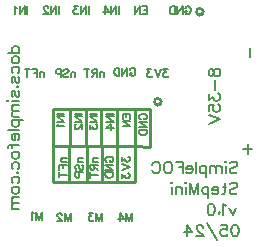
<source format=gbo>
G04 Layer: BottomSilkscreenLayer*
G04 EasyEDA v6.5.42, 2024-05-25 08:47:02*
G04 c832b5f5d920414fa9447ed0a7611263,2865ae9118a24060a17af6d01c9bcc73,10*
G04 Gerber Generator version 0.2*
G04 Scale: 100 percent, Rotated: No, Reflected: No *
G04 Dimensions in millimeters *
G04 leading zeros omitted , absolute positions ,4 integer and 5 decimal *
%FSLAX45Y45*%
%MOMM*%

%ADD10C,0.2032*%
%ADD11C,0.2540*%

%LPD*%
D10*
X-342209Y-626046D02*
G01*
X-246753Y-626046D01*
X-296753Y-626046D02*
G01*
X-305846Y-616953D01*
X-310390Y-607862D01*
X-310390Y-594227D01*
X-305846Y-585137D01*
X-296753Y-576046D01*
X-283118Y-571500D01*
X-274027Y-571500D01*
X-260390Y-576046D01*
X-251299Y-585137D01*
X-246753Y-594227D01*
X-246753Y-607862D01*
X-251299Y-616953D01*
X-260390Y-626046D01*
X-310390Y-678771D02*
G01*
X-305846Y-669681D01*
X-296753Y-660590D01*
X-283118Y-656046D01*
X-274027Y-656046D01*
X-260390Y-660590D01*
X-251299Y-669681D01*
X-246753Y-678771D01*
X-246753Y-692409D01*
X-251299Y-701499D01*
X-260390Y-710590D01*
X-274027Y-715137D01*
X-283118Y-715137D01*
X-296753Y-710590D01*
X-305846Y-701499D01*
X-310390Y-692409D01*
X-310390Y-678771D01*
X-296753Y-799680D02*
G01*
X-305846Y-790590D01*
X-310390Y-781499D01*
X-310390Y-767864D01*
X-305846Y-758771D01*
X-296753Y-749680D01*
X-283118Y-745136D01*
X-274027Y-745136D01*
X-260390Y-749680D01*
X-251299Y-758771D01*
X-246753Y-767864D01*
X-246753Y-781499D01*
X-251299Y-790590D01*
X-260390Y-799680D01*
X-296753Y-879680D02*
G01*
X-305846Y-875136D01*
X-310390Y-861499D01*
X-310390Y-847864D01*
X-305846Y-834227D01*
X-296753Y-829680D01*
X-287662Y-834227D01*
X-283118Y-843318D01*
X-278571Y-866046D01*
X-274027Y-875136D01*
X-264937Y-879680D01*
X-260390Y-879680D01*
X-251299Y-875136D01*
X-246753Y-861499D01*
X-246753Y-847864D01*
X-251299Y-834227D01*
X-260390Y-829680D01*
X-269481Y-914227D02*
G01*
X-264937Y-909680D01*
X-260390Y-914227D01*
X-264937Y-918773D01*
X-269481Y-914227D01*
X-296753Y-998773D02*
G01*
X-305846Y-994227D01*
X-310390Y-980589D01*
X-310390Y-966955D01*
X-305846Y-953317D01*
X-296753Y-948773D01*
X-287662Y-953317D01*
X-283118Y-962408D01*
X-278571Y-985136D01*
X-274027Y-994227D01*
X-264937Y-998773D01*
X-260390Y-998773D01*
X-251299Y-994227D01*
X-246753Y-980589D01*
X-246753Y-966955D01*
X-251299Y-953317D01*
X-260390Y-948773D01*
X-342209Y-1028773D02*
G01*
X-337662Y-1033317D01*
X-342209Y-1037864D01*
X-346755Y-1033317D01*
X-342209Y-1028773D01*
X-310390Y-1033317D02*
G01*
X-246753Y-1033317D01*
X-310390Y-1067864D02*
G01*
X-246753Y-1067864D01*
X-292209Y-1067864D02*
G01*
X-305846Y-1081498D01*
X-310390Y-1090589D01*
X-310390Y-1104226D01*
X-305846Y-1113317D01*
X-292209Y-1117864D01*
X-246753Y-1117864D01*
X-292209Y-1117864D02*
G01*
X-305846Y-1131498D01*
X-310390Y-1140592D01*
X-310390Y-1154226D01*
X-305846Y-1163317D01*
X-292209Y-1167864D01*
X-246753Y-1167864D01*
X-310390Y-1197863D02*
G01*
X-214937Y-1197863D01*
X-296753Y-1197863D02*
G01*
X-305846Y-1206954D01*
X-310390Y-1216045D01*
X-310390Y-1229682D01*
X-305846Y-1238773D01*
X-296753Y-1247863D01*
X-283118Y-1252407D01*
X-274027Y-1252407D01*
X-260390Y-1247863D01*
X-251299Y-1238773D01*
X-246753Y-1229682D01*
X-246753Y-1216045D01*
X-251299Y-1206954D01*
X-260390Y-1197863D01*
X-342209Y-1282407D02*
G01*
X-246753Y-1282407D01*
X-283118Y-1312407D02*
G01*
X-283118Y-1366954D01*
X-292209Y-1366954D01*
X-301299Y-1362410D01*
X-305846Y-1357863D01*
X-310390Y-1348773D01*
X-310390Y-1335135D01*
X-305846Y-1326045D01*
X-296753Y-1316954D01*
X-283118Y-1312407D01*
X-274027Y-1312407D01*
X-260390Y-1316954D01*
X-251299Y-1326045D01*
X-246753Y-1335135D01*
X-246753Y-1348773D01*
X-251299Y-1357863D01*
X-260390Y-1366954D01*
X-342209Y-1433316D02*
G01*
X-342209Y-1424226D01*
X-337662Y-1415135D01*
X-324027Y-1410591D01*
X-246753Y-1410591D01*
X-310390Y-1396954D02*
G01*
X-310390Y-1428772D01*
X-310390Y-1486044D02*
G01*
X-305846Y-1476954D01*
X-296753Y-1467863D01*
X-283118Y-1463319D01*
X-274027Y-1463319D01*
X-260390Y-1467863D01*
X-251299Y-1476954D01*
X-246753Y-1486044D01*
X-246753Y-1499682D01*
X-251299Y-1508772D01*
X-260390Y-1517863D01*
X-274027Y-1522409D01*
X-283118Y-1522409D01*
X-296753Y-1517863D01*
X-305846Y-1508772D01*
X-310390Y-1499682D01*
X-310390Y-1486044D01*
X-296753Y-1606953D02*
G01*
X-305846Y-1597863D01*
X-310390Y-1588772D01*
X-310390Y-1575135D01*
X-305846Y-1566044D01*
X-296753Y-1556953D01*
X-283118Y-1552409D01*
X-274027Y-1552409D01*
X-260390Y-1556953D01*
X-251299Y-1566044D01*
X-246753Y-1575135D01*
X-246753Y-1588772D01*
X-251299Y-1597863D01*
X-260390Y-1606953D01*
X-269481Y-1641500D02*
G01*
X-264937Y-1636953D01*
X-260390Y-1641500D01*
X-264937Y-1646044D01*
X-269481Y-1641500D01*
X-296753Y-1730590D02*
G01*
X-305846Y-1721500D01*
X-310390Y-1712409D01*
X-310390Y-1698772D01*
X-305846Y-1689681D01*
X-296753Y-1680590D01*
X-283118Y-1676044D01*
X-274027Y-1676044D01*
X-260390Y-1680590D01*
X-251299Y-1689681D01*
X-246753Y-1698772D01*
X-246753Y-1712409D01*
X-251299Y-1721500D01*
X-260390Y-1730590D01*
X-310390Y-1783318D02*
G01*
X-305846Y-1774228D01*
X-296753Y-1765137D01*
X-283118Y-1760590D01*
X-274027Y-1760590D01*
X-260390Y-1765137D01*
X-251299Y-1774228D01*
X-246753Y-1783318D01*
X-246753Y-1796953D01*
X-251299Y-1806046D01*
X-260390Y-1815137D01*
X-274027Y-1819681D01*
X-283118Y-1819681D01*
X-296753Y-1815137D01*
X-305846Y-1806046D01*
X-310390Y-1796953D01*
X-310390Y-1783318D01*
X-310390Y-1849681D02*
G01*
X-246753Y-1849681D01*
X-292209Y-1849681D02*
G01*
X-305846Y-1863318D01*
X-310390Y-1872409D01*
X-310390Y-1886046D01*
X-305846Y-1895137D01*
X-292209Y-1899681D01*
X-246753Y-1899681D01*
X-292209Y-1899681D02*
G01*
X-305846Y-1913318D01*
X-310390Y-1922409D01*
X-310390Y-1936046D01*
X-305846Y-1945137D01*
X-292209Y-1949681D01*
X-246753Y-1949681D01*
X1585628Y-2083490D02*
G01*
X1599262Y-2088037D01*
X1608353Y-2101672D01*
X1612900Y-2124400D01*
X1612900Y-2138037D01*
X1608353Y-2160762D01*
X1599262Y-2174400D01*
X1585628Y-2178946D01*
X1576537Y-2178946D01*
X1562900Y-2174400D01*
X1553809Y-2160762D01*
X1549262Y-2138037D01*
X1549262Y-2124400D01*
X1553809Y-2101672D01*
X1562900Y-2088037D01*
X1576537Y-2083490D01*
X1585628Y-2083490D01*
X1464718Y-2083490D02*
G01*
X1510172Y-2083490D01*
X1514718Y-2124400D01*
X1510172Y-2119853D01*
X1496537Y-2115309D01*
X1482900Y-2115309D01*
X1469263Y-2119853D01*
X1460172Y-2128946D01*
X1455628Y-2142581D01*
X1455628Y-2151672D01*
X1460172Y-2165309D01*
X1469263Y-2174400D01*
X1482900Y-2178946D01*
X1496537Y-2178946D01*
X1510172Y-2174400D01*
X1514718Y-2169853D01*
X1519262Y-2160762D01*
X1343809Y-2065309D02*
G01*
X1425628Y-2210762D01*
X1309263Y-2106218D02*
G01*
X1309263Y-2101672D01*
X1304719Y-2092581D01*
X1300172Y-2088037D01*
X1291081Y-2083490D01*
X1272900Y-2083490D01*
X1263810Y-2088037D01*
X1259263Y-2092581D01*
X1254719Y-2101672D01*
X1254719Y-2110762D01*
X1259263Y-2119853D01*
X1268354Y-2133490D01*
X1313809Y-2178946D01*
X1250172Y-2178946D01*
X1174719Y-2083490D02*
G01*
X1220172Y-2147128D01*
X1151991Y-2147128D01*
X1174719Y-2083490D02*
G01*
X1174719Y-2178946D01*
X627888Y-1143000D02*
G01*
X694690Y-1143000D01*
X627888Y-1143000D02*
G01*
X627888Y-1184402D01*
X659638Y-1143000D02*
G01*
X659638Y-1168400D01*
X694690Y-1143000D02*
G01*
X694690Y-1184402D01*
X627888Y-1205484D02*
G01*
X694690Y-1205484D01*
X627888Y-1205484D02*
G01*
X694690Y-1249934D01*
X627888Y-1249934D02*
G01*
X694690Y-1249934D01*
X348488Y-1143000D02*
G01*
X415290Y-1143000D01*
X348488Y-1164081D02*
G01*
X415290Y-1164081D01*
X348488Y-1164081D02*
G01*
X415290Y-1208531D01*
X348488Y-1208531D02*
G01*
X415290Y-1208531D01*
X348488Y-1235963D02*
G01*
X348488Y-1271015D01*
X373888Y-1251712D01*
X373888Y-1261363D01*
X377190Y-1267713D01*
X380238Y-1271015D01*
X389890Y-1274063D01*
X396240Y-1274063D01*
X405638Y-1271015D01*
X411988Y-1264665D01*
X415290Y-1255013D01*
X415290Y-1245362D01*
X411988Y-1235963D01*
X408940Y-1232662D01*
X402590Y-1229613D01*
X221488Y-1143000D02*
G01*
X288290Y-1143000D01*
X221488Y-1164081D02*
G01*
X288290Y-1164081D01*
X221488Y-1164081D02*
G01*
X288290Y-1208531D01*
X221488Y-1208531D02*
G01*
X288290Y-1208531D01*
X237490Y-1232662D02*
G01*
X234188Y-1232662D01*
X227838Y-1235963D01*
X224536Y-1239012D01*
X221488Y-1245362D01*
X221488Y-1258062D01*
X224536Y-1264665D01*
X227838Y-1267713D01*
X234188Y-1271015D01*
X240538Y-1271015D01*
X246888Y-1267713D01*
X256540Y-1261363D01*
X288290Y-1229613D01*
X288290Y-1274063D01*
X69088Y-1143000D02*
G01*
X135890Y-1143000D01*
X69088Y-1164081D02*
G01*
X135890Y-1164081D01*
X69088Y-1164081D02*
G01*
X135890Y-1208531D01*
X69088Y-1208531D02*
G01*
X135890Y-1208531D01*
X81788Y-1229613D02*
G01*
X78486Y-1235963D01*
X69088Y-1245362D01*
X135890Y-1245362D01*
X621538Y-1511300D02*
G01*
X621538Y-1546352D01*
X646938Y-1527302D01*
X646938Y-1536700D01*
X650240Y-1543050D01*
X653288Y-1546352D01*
X662940Y-1549400D01*
X669290Y-1549400D01*
X678688Y-1546352D01*
X685038Y-1540002D01*
X688340Y-1530350D01*
X688340Y-1520952D01*
X685038Y-1511300D01*
X681990Y-1508252D01*
X675640Y-1504950D01*
X621538Y-1570481D02*
G01*
X688340Y-1595881D01*
X621538Y-1621281D02*
G01*
X688340Y-1595881D01*
X621538Y-1648713D02*
G01*
X621538Y-1683765D01*
X646938Y-1664715D01*
X646938Y-1674113D01*
X650240Y-1680463D01*
X653288Y-1683765D01*
X662940Y-1687068D01*
X669290Y-1687068D01*
X678688Y-1683765D01*
X685038Y-1677415D01*
X688340Y-1667763D01*
X688340Y-1658365D01*
X685038Y-1648713D01*
X681990Y-1645665D01*
X675640Y-1642363D01*
X497840Y-1552702D02*
G01*
X491236Y-1549400D01*
X484886Y-1543050D01*
X481838Y-1536700D01*
X481838Y-1524000D01*
X484886Y-1517650D01*
X491236Y-1511300D01*
X497840Y-1508252D01*
X507238Y-1504950D01*
X523240Y-1504950D01*
X532638Y-1508252D01*
X538988Y-1511300D01*
X545338Y-1517650D01*
X548640Y-1524000D01*
X548640Y-1536700D01*
X545338Y-1543050D01*
X538988Y-1549400D01*
X532638Y-1552702D01*
X523240Y-1552702D01*
X523240Y-1536700D02*
G01*
X523240Y-1552702D01*
X481838Y-1573784D02*
G01*
X548640Y-1573784D01*
X481838Y-1573784D02*
G01*
X548640Y-1618234D01*
X481838Y-1618234D02*
G01*
X548640Y-1618234D01*
X481838Y-1639315D02*
G01*
X548640Y-1639315D01*
X481838Y-1639315D02*
G01*
X481838Y-1661413D01*
X484886Y-1671065D01*
X491236Y-1677415D01*
X497840Y-1680463D01*
X507238Y-1683765D01*
X523240Y-1683765D01*
X532638Y-1680463D01*
X538988Y-1677415D01*
X545338Y-1671065D01*
X548640Y-1661413D01*
X548640Y-1639315D01*
X377190Y-1517650D02*
G01*
X421640Y-1517650D01*
X389890Y-1517650D02*
G01*
X380238Y-1527302D01*
X377190Y-1533652D01*
X377190Y-1543050D01*
X380238Y-1549400D01*
X389890Y-1552702D01*
X421640Y-1552702D01*
X354838Y-1573529D02*
G01*
X421640Y-1573529D01*
X354838Y-1573529D02*
G01*
X354838Y-1602231D01*
X357886Y-1611884D01*
X361188Y-1614931D01*
X367538Y-1618234D01*
X373888Y-1618234D01*
X380238Y-1614931D01*
X383540Y-1611884D01*
X386588Y-1602231D01*
X386588Y-1573529D01*
X386588Y-1595881D02*
G01*
X421640Y-1618234D01*
X354838Y-1661413D02*
G01*
X421640Y-1661413D01*
X354838Y-1639315D02*
G01*
X354838Y-1683765D01*
X250190Y-1517650D02*
G01*
X294640Y-1517650D01*
X262890Y-1517650D02*
G01*
X253238Y-1527302D01*
X250190Y-1533652D01*
X250190Y-1543050D01*
X253238Y-1549400D01*
X262890Y-1552702D01*
X294640Y-1552702D01*
X237236Y-1618234D02*
G01*
X230886Y-1611884D01*
X227838Y-1602231D01*
X227838Y-1589531D01*
X230886Y-1580134D01*
X237236Y-1573529D01*
X243840Y-1573529D01*
X250190Y-1576831D01*
X253238Y-1580134D01*
X256540Y-1586484D01*
X262890Y-1605534D01*
X265938Y-1611884D01*
X269240Y-1614931D01*
X275590Y-1618234D01*
X284988Y-1618234D01*
X291338Y-1611884D01*
X294640Y-1602231D01*
X294640Y-1589531D01*
X291338Y-1580134D01*
X284988Y-1573529D01*
X227838Y-1639315D02*
G01*
X294640Y-1639315D01*
X227838Y-1639315D02*
G01*
X227838Y-1667763D01*
X230886Y-1677415D01*
X234188Y-1680463D01*
X240538Y-1683765D01*
X250190Y-1683765D01*
X256540Y-1680463D01*
X259588Y-1677415D01*
X262890Y-1667763D01*
X262890Y-1639315D01*
X110490Y-1517650D02*
G01*
X154940Y-1517650D01*
X123190Y-1517650D02*
G01*
X113538Y-1527302D01*
X110490Y-1533652D01*
X110490Y-1543050D01*
X113538Y-1549400D01*
X123190Y-1552702D01*
X154940Y-1552702D01*
X88138Y-1573529D02*
G01*
X154940Y-1573529D01*
X88138Y-1573529D02*
G01*
X88138Y-1614931D01*
X119888Y-1573529D02*
G01*
X119888Y-1599184D01*
X88138Y-1658365D02*
G01*
X154940Y-1658365D01*
X88138Y-1636013D02*
G01*
X88138Y-1680463D01*
X190500Y-1986762D02*
G01*
X190500Y-2053582D01*
X190500Y-1986762D02*
G01*
X165046Y-2053582D01*
X139590Y-1986762D02*
G01*
X165046Y-2053582D01*
X139590Y-1986762D02*
G01*
X139590Y-2053582D01*
X115409Y-2002673D02*
G01*
X115409Y-1999490D01*
X112227Y-1993127D01*
X109044Y-1989945D01*
X102682Y-1986762D01*
X89954Y-1986762D01*
X83591Y-1989945D01*
X80408Y-1993127D01*
X77228Y-1999490D01*
X77228Y-2005855D01*
X80408Y-2012218D01*
X86774Y-2021763D01*
X118590Y-2053582D01*
X74046Y-2053582D01*
X457200Y-1986762D02*
G01*
X457200Y-2053582D01*
X457200Y-1986762D02*
G01*
X431746Y-2053582D01*
X406290Y-1986762D02*
G01*
X431746Y-2053582D01*
X406290Y-1986762D02*
G01*
X406290Y-2053582D01*
X378927Y-1986762D02*
G01*
X343928Y-1986762D01*
X363019Y-2012218D01*
X353474Y-2012218D01*
X347108Y-2015400D01*
X343928Y-2018581D01*
X340746Y-2028126D01*
X340746Y-2034491D01*
X343928Y-2044037D01*
X350291Y-2050400D01*
X359836Y-2053582D01*
X369382Y-2053582D01*
X378927Y-2050400D01*
X382109Y-2047217D01*
X385290Y-2040854D01*
X711200Y-1986762D02*
G01*
X711200Y-2053582D01*
X711200Y-1986762D02*
G01*
X685746Y-2053582D01*
X660290Y-1986762D02*
G01*
X685746Y-2053582D01*
X660290Y-1986762D02*
G01*
X660290Y-2053582D01*
X607474Y-1986762D02*
G01*
X639290Y-2031309D01*
X591563Y-2031309D01*
X607474Y-1986762D02*
G01*
X607474Y-2053582D01*
X1359590Y-784727D02*
G01*
X1364137Y-771090D01*
X1373228Y-766546D01*
X1382318Y-766546D01*
X1391409Y-771090D01*
X1395953Y-780181D01*
X1400500Y-798362D01*
X1405046Y-811999D01*
X1414137Y-821090D01*
X1423228Y-825637D01*
X1436862Y-825637D01*
X1445953Y-821090D01*
X1450500Y-816546D01*
X1455046Y-802909D01*
X1455046Y-784727D01*
X1450500Y-771090D01*
X1445953Y-766546D01*
X1436862Y-762000D01*
X1423228Y-762000D01*
X1414137Y-766546D01*
X1405046Y-775637D01*
X1400500Y-789271D01*
X1395953Y-807453D01*
X1391409Y-816546D01*
X1382318Y-821090D01*
X1373228Y-821090D01*
X1364137Y-816546D01*
X1359590Y-802909D01*
X1359590Y-784727D01*
X1414137Y-855637D02*
G01*
X1414137Y-937453D01*
X1359590Y-976546D02*
G01*
X1359590Y-1026546D01*
X1395953Y-999271D01*
X1395953Y-1012908D01*
X1400500Y-1021999D01*
X1405046Y-1026546D01*
X1418681Y-1031090D01*
X1427772Y-1031090D01*
X1441409Y-1026546D01*
X1450500Y-1017452D01*
X1455046Y-1003818D01*
X1455046Y-990180D01*
X1450500Y-976546D01*
X1445953Y-971999D01*
X1436862Y-967452D01*
X1359590Y-1115636D02*
G01*
X1359590Y-1070180D01*
X1400500Y-1065636D01*
X1395953Y-1070180D01*
X1391409Y-1083818D01*
X1391409Y-1097452D01*
X1395953Y-1111089D01*
X1405046Y-1120180D01*
X1418681Y-1124727D01*
X1427772Y-1124727D01*
X1441409Y-1120180D01*
X1450500Y-1111089D01*
X1455046Y-1097452D01*
X1455046Y-1083818D01*
X1450500Y-1070180D01*
X1445953Y-1065636D01*
X1436862Y-1061090D01*
X1359590Y-1154727D02*
G01*
X1455046Y-1191089D01*
X1359590Y-1227452D02*
G01*
X1455046Y-1191089D01*
X1706118Y-584200D02*
G01*
X1706118Y-665987D01*
X1686306Y-1398523D02*
G01*
X1686308Y-1480565D01*
X1727200Y-1439418D02*
G01*
X1645411Y-1439418D01*
X1536562Y-1741528D02*
G01*
X1545653Y-1732437D01*
X1559290Y-1727890D01*
X1577472Y-1727890D01*
X1591109Y-1732437D01*
X1600200Y-1741528D01*
X1600200Y-1750618D01*
X1595653Y-1759709D01*
X1591109Y-1764253D01*
X1582018Y-1768800D01*
X1554746Y-1777890D01*
X1545653Y-1782437D01*
X1541109Y-1786981D01*
X1536562Y-1796072D01*
X1536562Y-1809709D01*
X1545653Y-1818800D01*
X1559290Y-1823346D01*
X1577472Y-1823346D01*
X1591109Y-1818800D01*
X1600200Y-1809709D01*
X1492928Y-1727890D02*
G01*
X1492928Y-1805162D01*
X1488381Y-1818800D01*
X1479290Y-1823346D01*
X1470200Y-1823346D01*
X1506562Y-1759709D02*
G01*
X1474746Y-1759709D01*
X1440200Y-1786981D02*
G01*
X1385653Y-1786981D01*
X1385653Y-1777890D01*
X1390200Y-1768800D01*
X1394747Y-1764253D01*
X1403837Y-1759709D01*
X1417472Y-1759709D01*
X1426563Y-1764253D01*
X1435653Y-1773346D01*
X1440200Y-1786981D01*
X1440200Y-1796072D01*
X1435653Y-1809709D01*
X1426563Y-1818800D01*
X1417472Y-1823346D01*
X1403837Y-1823346D01*
X1394747Y-1818800D01*
X1385653Y-1809709D01*
X1355653Y-1759709D02*
G01*
X1355653Y-1855162D01*
X1355653Y-1773346D02*
G01*
X1346563Y-1764253D01*
X1337472Y-1759709D01*
X1323837Y-1759709D01*
X1314747Y-1764253D01*
X1305653Y-1773346D01*
X1301109Y-1786981D01*
X1301109Y-1796072D01*
X1305653Y-1809709D01*
X1314747Y-1818800D01*
X1323837Y-1823346D01*
X1337472Y-1823346D01*
X1346563Y-1818800D01*
X1355653Y-1809709D01*
X1271109Y-1727890D02*
G01*
X1271109Y-1823346D01*
X1271109Y-1727890D02*
G01*
X1234747Y-1823346D01*
X1198382Y-1727890D02*
G01*
X1234747Y-1823346D01*
X1198382Y-1727890D02*
G01*
X1198382Y-1823346D01*
X1168382Y-1727890D02*
G01*
X1163838Y-1732437D01*
X1159291Y-1727890D01*
X1163838Y-1723346D01*
X1168382Y-1727890D01*
X1163838Y-1759709D02*
G01*
X1163838Y-1823346D01*
X1129291Y-1759709D02*
G01*
X1129291Y-1823346D01*
X1129291Y-1777890D02*
G01*
X1115654Y-1764253D01*
X1106563Y-1759709D01*
X1092928Y-1759709D01*
X1083838Y-1764253D01*
X1079291Y-1777890D01*
X1079291Y-1823346D01*
X1049291Y-1727890D02*
G01*
X1044747Y-1732437D01*
X1040201Y-1727890D01*
X1044747Y-1723346D01*
X1049291Y-1727890D01*
X1044747Y-1759709D02*
G01*
X1044747Y-1823346D01*
X1536562Y-1563728D02*
G01*
X1545653Y-1554637D01*
X1559290Y-1550090D01*
X1577472Y-1550090D01*
X1591109Y-1554637D01*
X1600200Y-1563728D01*
X1600200Y-1572818D01*
X1595653Y-1581909D01*
X1591109Y-1586453D01*
X1582018Y-1591000D01*
X1554746Y-1600090D01*
X1545653Y-1604637D01*
X1541109Y-1609181D01*
X1536562Y-1618272D01*
X1536562Y-1631909D01*
X1545653Y-1641000D01*
X1559290Y-1645546D01*
X1577472Y-1645546D01*
X1591109Y-1641000D01*
X1600200Y-1631909D01*
X1506562Y-1550090D02*
G01*
X1502018Y-1554637D01*
X1497472Y-1550090D01*
X1502018Y-1545544D01*
X1506562Y-1550090D01*
X1502018Y-1581909D02*
G01*
X1502018Y-1645546D01*
X1467472Y-1581909D02*
G01*
X1467472Y-1645546D01*
X1467472Y-1600090D02*
G01*
X1453837Y-1586453D01*
X1444744Y-1581909D01*
X1431109Y-1581909D01*
X1422018Y-1586453D01*
X1417472Y-1600090D01*
X1417472Y-1645546D01*
X1417472Y-1600090D02*
G01*
X1403835Y-1586453D01*
X1394744Y-1581909D01*
X1381109Y-1581909D01*
X1372019Y-1586453D01*
X1367472Y-1600090D01*
X1367472Y-1645546D01*
X1337472Y-1581909D02*
G01*
X1337472Y-1677362D01*
X1337472Y-1595546D02*
G01*
X1328381Y-1586453D01*
X1319291Y-1581909D01*
X1305653Y-1581909D01*
X1296563Y-1586453D01*
X1287472Y-1595546D01*
X1282926Y-1609181D01*
X1282926Y-1618272D01*
X1287472Y-1631909D01*
X1296563Y-1641000D01*
X1305653Y-1645546D01*
X1319291Y-1645546D01*
X1328381Y-1641000D01*
X1337472Y-1631909D01*
X1252926Y-1550090D02*
G01*
X1252926Y-1645546D01*
X1222926Y-1609181D02*
G01*
X1168382Y-1609181D01*
X1168382Y-1600090D01*
X1172926Y-1591000D01*
X1177472Y-1586453D01*
X1186563Y-1581909D01*
X1200200Y-1581909D01*
X1209291Y-1586453D01*
X1218382Y-1595546D01*
X1222926Y-1609181D01*
X1222926Y-1618272D01*
X1218382Y-1631909D01*
X1209291Y-1641000D01*
X1200200Y-1645546D01*
X1186563Y-1645546D01*
X1177472Y-1641000D01*
X1168382Y-1631909D01*
X1138382Y-1550090D02*
G01*
X1138382Y-1645546D01*
X1138382Y-1550090D02*
G01*
X1079291Y-1550090D01*
X1138382Y-1595546D02*
G01*
X1102017Y-1595546D01*
X1022017Y-1550090D02*
G01*
X1031107Y-1554637D01*
X1040201Y-1563728D01*
X1044745Y-1572818D01*
X1049291Y-1586453D01*
X1049291Y-1609181D01*
X1044745Y-1622818D01*
X1040201Y-1631909D01*
X1031107Y-1641000D01*
X1022017Y-1645546D01*
X1003835Y-1645546D01*
X994745Y-1641000D01*
X985654Y-1631909D01*
X981108Y-1622818D01*
X976563Y-1609181D01*
X976563Y-1586453D01*
X981108Y-1572818D01*
X985654Y-1563728D01*
X994745Y-1554637D01*
X1003835Y-1550090D01*
X1022017Y-1550090D01*
X878382Y-1572818D02*
G01*
X882926Y-1563728D01*
X892017Y-1554637D01*
X901108Y-1550090D01*
X919292Y-1550090D01*
X928382Y-1554637D01*
X937473Y-1563728D01*
X942017Y-1572818D01*
X946564Y-1586453D01*
X946564Y-1609181D01*
X942017Y-1622818D01*
X937473Y-1631909D01*
X928382Y-1641000D01*
X919292Y-1645546D01*
X901108Y-1645546D01*
X892017Y-1641000D01*
X882926Y-1631909D01*
X878382Y-1622818D01*
X783590Y-1190752D02*
G01*
X776986Y-1187450D01*
X770636Y-1181100D01*
X767588Y-1174750D01*
X767588Y-1162050D01*
X770636Y-1155700D01*
X776986Y-1149350D01*
X783590Y-1146302D01*
X792988Y-1143000D01*
X808990Y-1143000D01*
X818388Y-1146302D01*
X824738Y-1149350D01*
X831088Y-1155700D01*
X834390Y-1162050D01*
X834390Y-1174750D01*
X831088Y-1181100D01*
X824738Y-1187450D01*
X818388Y-1190752D01*
X808990Y-1190752D01*
X808990Y-1174750D02*
G01*
X808990Y-1190752D01*
X767588Y-1211834D02*
G01*
X834390Y-1211834D01*
X767588Y-1211834D02*
G01*
X834390Y-1256284D01*
X767588Y-1256284D02*
G01*
X834390Y-1256284D01*
X767588Y-1277365D02*
G01*
X834390Y-1277365D01*
X767588Y-1277365D02*
G01*
X767588Y-1299463D01*
X770636Y-1309115D01*
X776986Y-1315465D01*
X783590Y-1318513D01*
X792988Y-1321815D01*
X808990Y-1321815D01*
X818388Y-1318513D01*
X824738Y-1315465D01*
X831088Y-1309115D01*
X834390Y-1299463D01*
X834390Y-1277365D01*
X-177800Y-234187D02*
G01*
X-177800Y-300989D01*
X-198881Y-234187D02*
G01*
X-198881Y-300989D01*
X-198881Y-234187D02*
G01*
X-243331Y-300989D01*
X-243331Y-234187D02*
G01*
X-243331Y-300989D01*
X-264413Y-246887D02*
G01*
X-270763Y-243586D01*
X-280162Y-234187D01*
X-280162Y-300989D01*
X88900Y-234187D02*
G01*
X88900Y-300989D01*
X67818Y-234187D02*
G01*
X67818Y-300989D01*
X67818Y-234187D02*
G01*
X23368Y-300989D01*
X23368Y-234187D02*
G01*
X23368Y-300989D01*
X-762Y-250189D02*
G01*
X-762Y-246887D01*
X-4063Y-240537D01*
X-7112Y-237236D01*
X-13462Y-234187D01*
X-26162Y-234187D01*
X-32765Y-237236D01*
X-35813Y-240537D01*
X-39115Y-246887D01*
X-39115Y-253237D01*
X-35813Y-259587D01*
X-29463Y-269239D01*
X2286Y-300989D01*
X-42163Y-300989D01*
X342900Y-234187D02*
G01*
X342900Y-300989D01*
X321818Y-234187D02*
G01*
X321818Y-300989D01*
X321818Y-234187D02*
G01*
X277368Y-300989D01*
X277368Y-234187D02*
G01*
X277368Y-300989D01*
X249936Y-234187D02*
G01*
X214884Y-234187D01*
X234188Y-259587D01*
X224536Y-259587D01*
X218186Y-262889D01*
X214884Y-265937D01*
X211836Y-275589D01*
X211836Y-281939D01*
X214884Y-291337D01*
X221234Y-297687D01*
X230886Y-300989D01*
X240538Y-300989D01*
X249936Y-297687D01*
X253238Y-294639D01*
X256286Y-288289D01*
X838200Y-234187D02*
G01*
X838200Y-300989D01*
X838200Y-234187D02*
G01*
X796797Y-234187D01*
X838200Y-265937D02*
G01*
X812800Y-265937D01*
X838200Y-300989D02*
G01*
X796797Y-300989D01*
X775715Y-234187D02*
G01*
X775715Y-300989D01*
X775715Y-234187D02*
G01*
X731265Y-300989D01*
X731265Y-234187D02*
G01*
X731265Y-300989D01*
X1158747Y-250189D02*
G01*
X1162050Y-243586D01*
X1168400Y-237236D01*
X1174750Y-234187D01*
X1187450Y-234187D01*
X1193800Y-237236D01*
X1200150Y-243586D01*
X1203197Y-250189D01*
X1206500Y-259587D01*
X1206500Y-275589D01*
X1203197Y-284987D01*
X1200150Y-291337D01*
X1193800Y-297687D01*
X1187450Y-300989D01*
X1174750Y-300989D01*
X1168400Y-297687D01*
X1162050Y-291337D01*
X1158747Y-284987D01*
X1158747Y-275589D01*
X1174750Y-275589D02*
G01*
X1158747Y-275589D01*
X1137665Y-234187D02*
G01*
X1137665Y-300989D01*
X1137665Y-234187D02*
G01*
X1093215Y-300989D01*
X1093215Y-234187D02*
G01*
X1093215Y-300989D01*
X1072134Y-234187D02*
G01*
X1072134Y-300989D01*
X1072134Y-234187D02*
G01*
X1050036Y-234187D01*
X1040384Y-237236D01*
X1034034Y-243586D01*
X1030986Y-250189D01*
X1027684Y-259587D01*
X1027684Y-275589D01*
X1030986Y-284987D01*
X1034034Y-291337D01*
X1040384Y-297687D01*
X1050036Y-300989D01*
X1072134Y-300989D01*
X-38100Y-789939D02*
G01*
X-38100Y-834389D01*
X-38100Y-802639D02*
G01*
X-47752Y-792987D01*
X-54102Y-789939D01*
X-63500Y-789939D01*
X-69850Y-792987D01*
X-73152Y-802639D01*
X-73152Y-834389D01*
X-93979Y-767587D02*
G01*
X-93979Y-834389D01*
X-93979Y-767587D02*
G01*
X-135381Y-767587D01*
X-93979Y-799337D02*
G01*
X-119634Y-799337D01*
X-178815Y-767587D02*
G01*
X-178815Y-834389D01*
X-156463Y-767587D02*
G01*
X-200913Y-767587D01*
X228600Y-789939D02*
G01*
X228600Y-834389D01*
X228600Y-802639D02*
G01*
X218947Y-792987D01*
X212597Y-789939D01*
X203200Y-789939D01*
X196850Y-792987D01*
X193547Y-802639D01*
X193547Y-834389D01*
X128015Y-776986D02*
G01*
X134365Y-770636D01*
X144018Y-767587D01*
X156718Y-767587D01*
X166115Y-770636D01*
X172720Y-776986D01*
X172720Y-783589D01*
X169418Y-789939D01*
X166115Y-792987D01*
X159765Y-796289D01*
X140715Y-802639D01*
X134365Y-805687D01*
X131318Y-808989D01*
X128015Y-815339D01*
X128015Y-824737D01*
X134365Y-831087D01*
X144018Y-834389D01*
X156718Y-834389D01*
X166115Y-831087D01*
X172720Y-824737D01*
X106934Y-767587D02*
G01*
X106934Y-834389D01*
X106934Y-767587D02*
G01*
X78486Y-767587D01*
X68834Y-770636D01*
X65786Y-773937D01*
X62484Y-780287D01*
X62484Y-789939D01*
X65786Y-796289D01*
X68834Y-799337D01*
X78486Y-802639D01*
X106934Y-802639D01*
X469900Y-789939D02*
G01*
X469900Y-834389D01*
X469900Y-802639D02*
G01*
X460247Y-792987D01*
X453897Y-789939D01*
X444500Y-789939D01*
X438150Y-792987D01*
X434847Y-802639D01*
X434847Y-834389D01*
X414020Y-767587D02*
G01*
X414020Y-834389D01*
X414020Y-767587D02*
G01*
X385318Y-767587D01*
X375665Y-770636D01*
X372618Y-773937D01*
X369315Y-780287D01*
X369315Y-786637D01*
X372618Y-792987D01*
X375665Y-796289D01*
X385318Y-799337D01*
X414020Y-799337D01*
X391668Y-799337D02*
G01*
X369315Y-834389D01*
X326136Y-767587D02*
G01*
X326136Y-834389D01*
X348234Y-767587D02*
G01*
X303784Y-767587D01*
X688847Y-770889D02*
G01*
X692150Y-764286D01*
X698500Y-757936D01*
X704850Y-754887D01*
X717550Y-754887D01*
X723900Y-757936D01*
X730250Y-764286D01*
X733297Y-770889D01*
X736600Y-780287D01*
X736600Y-796289D01*
X733297Y-805687D01*
X730250Y-812037D01*
X723900Y-818387D01*
X717550Y-821689D01*
X704850Y-821689D01*
X698500Y-818387D01*
X692150Y-812037D01*
X688847Y-805687D01*
X688847Y-796289D01*
X704850Y-796289D02*
G01*
X688847Y-796289D01*
X667765Y-754887D02*
G01*
X667765Y-821689D01*
X667765Y-754887D02*
G01*
X623315Y-821689D01*
X623315Y-754887D02*
G01*
X623315Y-821689D01*
X602234Y-754887D02*
G01*
X602234Y-821689D01*
X602234Y-754887D02*
G01*
X580136Y-754887D01*
X570484Y-757936D01*
X564134Y-764286D01*
X561086Y-770889D01*
X557784Y-780287D01*
X557784Y-796289D01*
X561086Y-805687D01*
X564134Y-812037D01*
X570484Y-818387D01*
X580136Y-821689D01*
X602234Y-821689D01*
X1009650Y-767587D02*
G01*
X974597Y-767587D01*
X993647Y-792987D01*
X984250Y-792987D01*
X977900Y-796289D01*
X974597Y-799337D01*
X971550Y-808989D01*
X971550Y-815339D01*
X974597Y-824737D01*
X980947Y-831087D01*
X990600Y-834389D01*
X999997Y-834389D01*
X1009650Y-831087D01*
X1012697Y-828039D01*
X1016000Y-821689D01*
X950468Y-767587D02*
G01*
X925068Y-834389D01*
X899668Y-767587D02*
G01*
X925068Y-834389D01*
X872236Y-767587D02*
G01*
X837184Y-767587D01*
X856234Y-792987D01*
X846836Y-792987D01*
X840486Y-796289D01*
X837184Y-799337D01*
X833881Y-808989D01*
X833881Y-815339D01*
X837184Y-824737D01*
X843534Y-831087D01*
X853186Y-834389D01*
X862584Y-834389D01*
X872236Y-831087D01*
X875284Y-828039D01*
X878586Y-821689D01*
X1587500Y-1937509D02*
G01*
X1560228Y-2001146D01*
X1532953Y-1937509D02*
G01*
X1560228Y-2001146D01*
X1502953Y-1923872D02*
G01*
X1493862Y-1919328D01*
X1480228Y-1905690D01*
X1480228Y-2001146D01*
X1445681Y-1978418D02*
G01*
X1450228Y-1982962D01*
X1445681Y-1987509D01*
X1441137Y-1982962D01*
X1445681Y-1978418D01*
X1383863Y-1905690D02*
G01*
X1397500Y-1910237D01*
X1406591Y-1923872D01*
X1411137Y-1946600D01*
X1411137Y-1960237D01*
X1406591Y-1982962D01*
X1397500Y-1996600D01*
X1383863Y-2001146D01*
X1374772Y-2001146D01*
X1361137Y-1996600D01*
X1352047Y-1982962D01*
X1347500Y-1960237D01*
X1347500Y-1946600D01*
X1352047Y-1923872D01*
X1361137Y-1910237D01*
X1374772Y-1905690D01*
X1383863Y-1905690D01*
X596900Y-234162D02*
G01*
X596900Y-300982D01*
X575900Y-234162D02*
G01*
X575900Y-300982D01*
X575900Y-234162D02*
G01*
X531355Y-300982D01*
X531355Y-234162D02*
G01*
X531355Y-300982D01*
X478536Y-234162D02*
G01*
X510354Y-278709D01*
X462627Y-278709D01*
X478536Y-234162D02*
G01*
X478536Y-300982D01*
X488162Y-1143000D02*
G01*
X554982Y-1143000D01*
X488162Y-1164000D02*
G01*
X554982Y-1164000D01*
X488162Y-1164000D02*
G01*
X554982Y-1208544D01*
X488162Y-1208544D02*
G01*
X554982Y-1208544D01*
X488162Y-1261363D02*
G01*
X532709Y-1229545D01*
X532709Y-1277272D01*
X488162Y-1261363D02*
G01*
X554982Y-1261363D01*
X-50800Y-1974087D02*
G01*
X-50800Y-2040889D01*
X-50800Y-1974087D02*
G01*
X-76200Y-2040889D01*
X-101600Y-1974087D02*
G01*
X-76200Y-2040889D01*
X-101600Y-1974087D02*
G01*
X-101600Y-2040889D01*
X-122681Y-1986787D02*
G01*
X-129031Y-1983486D01*
X-138684Y-1974087D01*
X-138684Y-2040889D01*
D11*
X38100Y-1363073D02*
G01*
X38100Y-1416050D01*
X736600Y-1416050D01*
X736600Y-1356723D01*
X736600Y-1104900D02*
G01*
X863600Y-1104900D01*
X863600Y-1292905D01*
X863600Y-1422400D01*
X736600Y-1419905D01*
X38100Y-1104900D02*
G01*
X38100Y-1720850D01*
X736600Y-1720850D01*
X736600Y-1104900D01*
X38100Y-1104900D01*
X319323Y-1104900D02*
G01*
X323850Y-1720850D01*
X437393Y-1104900D02*
G01*
X445008Y-1104900D01*
X450850Y-1720850D01*
X180850Y-1104900D02*
G01*
X177081Y-1720850D01*
X577131Y-1104900D02*
G01*
X584200Y-1111968D01*
X583257Y-1720850D01*
G75*
G01
X1311097Y-279400D02*
G03X1311097Y-279400I-28397J0D01*
G75*
G01
X955497Y-1041400D02*
G03X955497Y-1041400I-28397J0D01*
M02*

</source>
